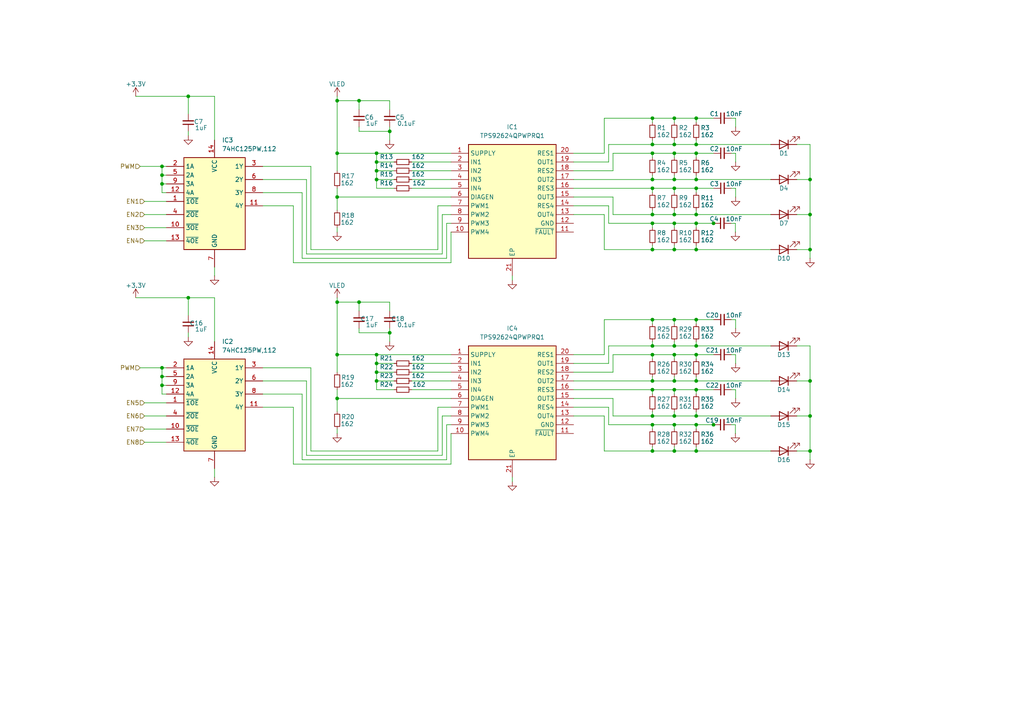
<source format=kicad_sch>
(kicad_sch (version 20250114) (generator "eeschema") (generator_version "9.0")
  (paper "A4")
  (lib_symbols
    (symbol "Device:C_Small" (pin_numbers (hide yes)) (pin_names (offset 0.254) (hide yes))
      (property "Reference" "C" (at 0.254 1.778 0))
      (property "Value" "C_Small" (at 0.254 -2.032 0))
      (symbol "C_Small_0_1"
        (polyline (pts (xy -1.524 0.508) (xy 1.524 0.508)) (stroke (width 0.3048)))
        (polyline (pts (xy -1.524 -0.508) (xy 1.524 -0.508)) (stroke (width 0.3302)))
      )
      (symbol "C_Small_1_1"
        (pin passive line (at 0 2.54 270) (length 2.032) (name "~") (number "1"))
        (pin passive line (at 0 -2.54 90) (length 2.032) (name "~") (number "2"))
      )
    )
    (symbol "Device:R_Small" (pin_numbers (hide yes)) (pin_names (offset 0.254) (hide yes))
      (property "Reference" "R" (at 0 0 90))
      (property "Value" "R_Small" (at 1.778 0 90))
      (symbol "R_Small_0_1"
        (rectangle (start -0.762 1.778) (end 0.762 -1.778) (stroke (width 0.2032)))
      )
      (symbol "R_Small_1_1"
        (pin passive line (at 0 2.54 270) (length 0.762) (name "~") (number "1"))
        (pin passive line (at 0 -2.54 90) (length 0.762) (name "~") (number "2"))
      )
    )
    (symbol "Library:74HC125PW,112"
      (property "Reference" "IC" (at 24.13 7.62 0))
      (property "Value" "74HC125PW,112" (at 24.13 5.08 0))
      (symbol "74HC125PW,112_1_1"
        (rectangle (start 5.08 2.54) (end 22.86 -24.13) (stroke (width 0.254)) (fill (type background)))
        (pin passive line (at 0 0 0) (length 5.08) (name "1A") (number "2"))
        (pin passive line (at 0 -2.54 0) (length 5.08) (name "2A") (number "5"))
        (pin passive line (at 0 -5.08 0) (length 5.08) (name "3A") (number "9"))
        (pin passive line (at 0 -7.62 0) (length 5.08) (name "4A") (number "12"))
        (pin passive line (at 0 -10.16 0) (length 5.08) (name "~{1OE}") (number "1"))
        (pin passive line (at 0 -13.97 0) (length 5.08) (name "~{2OE}") (number "4"))
        (pin passive line (at 0 -17.78 0) (length 5.08) (name "~{3OE}") (number "10"))
        (pin passive line (at 0 -21.59 0) (length 5.08) (name "~{4OE}") (number "13"))
        (pin passive line (at 13.97 7.62 270) (length 5.08) (name "VCC") (number "14"))
        (pin passive line (at 13.97 -29.21 90) (length 5.08) (name "GND") (number "7"))
        (pin passive line (at 27.94 0 180) (length 5.08) (name "1Y") (number "3"))
        (pin passive line (at 27.94 -3.81 180) (length 5.08) (name "2Y") (number "6"))
        (pin passive line (at 27.94 -7.62 180) (length 5.08) (name "3Y") (number "8"))
        (pin passive line (at 27.94 -11.43 180) (length 5.08) (name "4Y") (number "11"))
      )
    )
    (symbol "Library:LED" (pin_numbers (hide yes)) (pin_names (offset 1.016) (hide yes))
      (property "Reference" "D1" (at -1.5875 6.35 0))
      (property "Value" "LED" (at -1.5875 3.81 0))
      (symbol "LED_0_1"
        (polyline (pts (xy -3.048 -0.762) (xy -4.572 -2.286) (xy -3.81 -2.286) (xy -4.572 -2.286) (xy -4.572 -1.524)))
        (polyline (pts (xy -1.778 -0.762) (xy -3.302 -2.286) (xy -2.54 -2.286) (xy -3.302 -2.286) (xy -3.302 -1.524)))
        (polyline (pts (xy -1.27 0) (xy 1.27 0)))
        (polyline (pts (xy -1.27 -1.27) (xy -1.27 1.27)) (stroke (width 0.254)))
        (polyline (pts (xy 1.27 -1.27) (xy 1.27 1.27) (xy -1.27 0) (xy 1.27 -1.27)) (stroke (width 0.254)))
      )
      (symbol "LED_1_1"
        (pin passive line (at -3.81 0 0) (length 2.54) (name "K") (number "1"))
        (pin passive line (at -3.81 0 0) (length 2.54) (name "K") (number "2"))
        (pin passive line (at 3.81 0 180) (length 2.54) (name "A") (number "3"))
        (pin passive line (at 3.81 0 180) (length 2.54) (name "A") (number "4"))
      )
    )
    (symbol "Library:TPS92624QPWPRQ1"
      (property "Reference" "IC" (at 31.75 7.62 0))
      (property "Value" "TPS92624QPWPRQ1" (at 31.75 5.08 0))
      (symbol "TPS92624QPWPRQ1_1_1"
        (rectangle (start 5.08 2.54) (end 30.48 -30.48) (stroke (width 0.254)) (fill (type background)))
        (pin passive line (at 0 0 0) (length 5.08) (name "SUPPLY") (number "1"))
        (pin passive line (at 0 -2.54 0) (length 5.08) (name "IN1") (number "2"))
        (pin passive line (at 0 -5.08 0) (length 5.08) (name "IN2") (number "3"))
        (pin passive line (at 0 -7.62 0) (length 5.08) (name "IN3") (number "4"))
        (pin passive line (at 0 -10.16 0) (length 5.08) (name "IN4") (number "5"))
        (pin passive line (at 0 -12.7 0) (length 5.08) (name "DIAGEN") (number "6"))
        (pin passive line (at 0 -15.24 0) (length 5.08) (name "PWM1") (number "7"))
        (pin passive line (at 0 -17.78 0) (length 5.08) (name "PWM2") (number "8"))
        (pin passive line (at 0 -20.32 0) (length 5.08) (name "PWM3") (number "9"))
        (pin passive line (at 0 -22.86 0) (length 5.08) (name "PWM4") (number "10"))
        (pin passive line (at 17.78 -35.56 90) (length 5.08) (name "EP") (number "21"))
        (pin passive line (at 35.56 0 180) (length 5.08) (name "RES1") (number "20"))
        (pin passive line (at 35.56 -2.54 180) (length 5.08) (name "OUT1") (number "19"))
        (pin passive line (at 35.56 -5.08 180) (length 5.08) (name "RES2") (number "18"))
        (pin passive line (at 35.56 -7.62 180) (length 5.08) (name "OUT2") (number "17"))
        (pin passive line (at 35.56 -10.16 180) (length 5.08) (name "RES3") (number "16"))
        (pin passive line (at 35.56 -12.7 180) (length 5.08) (name "OUT3") (number "15"))
        (pin passive line (at 35.56 -15.24 180) (length 5.08) (name "RES4") (number "14"))
        (pin passive line (at 35.56 -17.78 180) (length 5.08) (name "OUT4") (number "13"))
        (pin passive line (at 35.56 -20.32 180) (length 5.08) (name "GND") (number "12"))
        (pin passive line (at 35.56 -22.86 180) (length 5.08) (name "~{FAULT}") (number "11"))
      )
    )
    (symbol "power:+3.3V" (power) (pin_numbers (hide yes)) (pin_names (offset 0) (hide yes))
      (property "Value" "+3.3V" (at 0 3.556 0))
      (symbol "+3.3V_0_1"
        (polyline (pts (xy -0.762 1.27) (xy 0 2.54)))
        (polyline (pts (xy 0 2.54) (xy 0.762 1.27)))
        (polyline (pts (xy 0 0) (xy 0 2.54)))
      )
      (symbol "+3.3V_1_1"
        (pin power_in line (at 0 0 90) (length 0) (name "~") (number "1"))
      )
    )
    (symbol "power:GND" (power) (pin_numbers (hide yes)) (pin_names (offset 0) (hide yes))
      (property "Value" "GND" (at 0 -3.81 0))
      (symbol "GND_0_1"
        (polyline (pts (xy 0 0) (xy 0 -1.27) (xy 1.27 -1.27) (xy 0 -2.54) (xy -1.27 -1.27) (xy 0 -1.27)))
      )
      (symbol "GND_1_1"
        (pin power_in line (at 0 0 270) (length 0) (name "~") (number "1"))
      )
    )
  )
  (junction (at 113.03 38.1))
  (junction (at 195.58 72.39))
  (junction (at 46.99 53.34))
  (junction (at 189.23 44.45))
  (junction (at 104.14 29.21))
  (junction (at 109.22 49.53))
  (junction (at 201.93 34.29))
  (junction (at 97.79 57.15))
  (junction (at 109.22 44.45))
  (junction (at 97.79 29.21))
  (junction (at 46.99 48.26))
  (junction (at 201.93 120.65))
  (junction (at 201.93 41.91))
  (junction (at 201.93 62.23))
  (junction (at 201.93 110.49))
  (junction (at 195.58 62.23))
  (junction (at 189.23 64.77))
  (junction (at 195.58 41.91))
  (junction (at 109.22 110.49))
  (junction (at 201.93 64.77))
  (junction (at 189.23 52.07))
  (junction (at 46.99 109.22))
  (junction (at 195.58 120.65))
  (junction (at 201.93 130.81))
  (junction (at 189.23 54.61))
  (junction (at 195.58 110.49))
  (junction (at 234.95 62.23))
  (junction (at 195.58 54.61))
  (junction (at 195.58 52.07))
  (junction (at 46.99 106.68))
  (junction (at 201.93 52.07))
  (junction (at 206.9474 64.77))
  (junction (at 189.23 130.81))
  (junction (at 195.58 113.03))
  (junction (at 234.95 110.49))
  (junction (at 189.23 123.19))
  (junction (at 46.99 111.76))
  (junction (at 113.03 96.52))
  (junction (at 201.93 123.19))
  (junction (at 189.23 120.65))
  (junction (at 206.9474 123.19))
  (junction (at 234.95 52.07))
  (junction (at 189.23 110.49))
  (junction (at 189.23 92.71))
  (junction (at 195.58 123.19))
  (junction (at 201.93 44.45))
  (junction (at 109.22 102.87))
  (junction (at 201.93 72.39))
  (junction (at 189.23 62.23))
  (junction (at 97.79 44.45))
  (junction (at 201.93 54.61))
  (junction (at 234.95 120.65))
  (junction (at 195.58 130.81))
  (junction (at 104.14 87.63))
  (junction (at 109.22 46.99))
  (junction (at 234.95 72.39))
  (junction (at 201.93 113.03))
  (junction (at 54.61 86.36))
  (junction (at 201.93 102.87))
  (junction (at 97.79 115.57))
  (junction (at 189.23 72.39))
  (junction (at 189.23 34.29))
  (junction (at 189.23 100.33))
  (junction (at 195.58 102.87))
  (junction (at 46.99 50.8))
  (junction (at 109.22 52.07))
  (junction (at 195.58 92.71))
  (junction (at 234.95 130.81))
  (junction (at 201.93 92.71))
  (junction (at 109.22 107.95))
  (junction (at 195.58 34.29))
  (junction (at 97.79 87.63))
  (junction (at 201.93 100.33))
  (junction (at 189.23 102.87))
  (junction (at 195.58 44.45))
  (junction (at 109.22 105.41))
  (junction (at 195.58 100.33))
  (junction (at 189.23 113.03))
  (junction (at 195.58 64.77))
  (junction (at 189.23 41.91))
  (junction (at 97.79 102.87))
  (junction (at 54.61 27.94))
  (wire (pts (xy 195.58 92.71) (xy 195.58 93.98)))
  (wire (pts (xy 97.79 86.36) (xy 97.79 87.63)))
  (wire (pts (xy 201.93 41.91) (xy 223.52 41.91)))
  (wire (pts (xy 46.99 48.26) (xy 48.26 48.26)))
  (wire (pts (xy 46.99 111.76) (xy 48.26 111.76)))
  (wire (pts (xy 201.93 110.49) (xy 223.52 110.49)))
  (wire (pts (xy 195.58 44.45) (xy 201.93 44.45)))
  (wire (pts (xy 189.23 102.87) (xy 195.58 102.87)))
  (wire (pts (xy 201.93 72.39) (xy 223.52 72.39)))
  (wire (pts (xy 189.23 102.87) (xy 189.23 104.14)))
  (wire (pts (xy 201.93 113.03) (xy 201.93 114.3)))
  (wire (pts (xy 189.23 44.45) (xy 195.58 44.45)))
  (wire (pts (xy 175.26 72.39) (xy 189.23 72.39)))
  (wire (pts (xy 206.9474 64.77) (xy 207.01 64.77)))
  (wire (pts (xy 189.23 113.03) (xy 195.58 113.03)))
  (wire (pts (xy 201.93 92.71) (xy 201.93 93.98)))
  (wire (pts (xy 177.8 115.57) (xy 177.8 120.65)))
  (wire (pts (xy 195.58 92.71) (xy 201.93 92.71)))
  (wire (pts (xy 76.2 48.26) (xy 90.17 48.26)))
  (wire (pts (xy 129.54 133.35) (xy 87.63 133.35)))
  (wire (pts (xy 104.14 96.52) (xy 113.03 96.52)))
  (wire (pts (xy 87.63 74.93) (xy 87.63 55.88)))
  (wire (pts (xy 201.93 44.45) (xy 207.01 44.45)))
  (wire (pts (xy 189.23 123.19) (xy 189.23 124.46)))
  (wire (pts (xy 54.61 38.1) (xy 54.61 39.37)))
  (wire (pts (xy 46.99 50.8) (xy 48.26 50.8)))
  (wire (pts (xy 189.23 41.91) (xy 189.23 40.64)))
  (wire (pts (xy 176.53 118.11) (xy 176.53 123.19)))
  (wire (pts (xy 189.23 92.71) (xy 189.23 93.98)))
  (wire (pts (xy 97.79 119.38) (xy 97.79 115.57)))
  (wire (pts (xy 213.36 46.99) (xy 213.36 44.45)))
  (wire (pts (xy 195.58 113.03) (xy 195.58 114.3)))
  (wire (pts (xy 176.53 105.41) (xy 176.53 100.33)))
  (wire (pts (xy 130.81 64.77) (xy 129.54 64.77)))
  (wire (pts (xy 175.26 92.71) (xy 189.23 92.71)))
  (wire (pts (xy 41.91 58.42) (xy 48.26 58.42)))
  (wire (pts (xy 104.14 87.63) (xy 104.14 90.17)))
  (wire (pts (xy 97.79 29.21) (xy 97.79 44.45)))
  (wire (pts (xy 97.79 102.87) (xy 109.22 102.87)))
  (wire (pts (xy 97.79 44.45) (xy 97.79 49.53)))
  (wire (pts (xy 189.23 113.03) (xy 189.23 114.3)))
  (wire (pts (xy 189.23 100.33) (xy 189.23 99.06)))
  (wire (pts (xy 97.79 102.87) (xy 97.79 107.95)))
  (wire (pts (xy 97.79 60.96) (xy 97.79 57.15)))
  (wire (pts (xy 127 72.39) (xy 127 59.69)))
  (wire (pts (xy 114.3 113.03) (xy 109.22 113.03)))
  (wire (pts (xy 189.23 62.23) (xy 195.58 62.23)))
  (wire (pts (xy 119.38 46.99) (xy 130.81 46.99)))
  (wire (pts (xy 231.14 110.49) (xy 234.95 110.49)))
  (wire (pts (xy 195.58 110.49) (xy 195.58 109.22)))
  (wire (pts (xy 195.58 130.81) (xy 201.93 130.81)))
  (wire (pts (xy 195.58 64.77) (xy 201.93 64.77)))
  (wire (pts (xy 119.38 110.49) (xy 130.81 110.49)))
  (wire (pts (xy 109.22 44.45) (xy 130.81 44.45)))
  (wire (pts (xy 109.22 107.95) (xy 109.22 110.49)))
  (wire (pts (xy 130.81 123.19) (xy 129.54 123.19)))
  (wire (pts (xy 231.14 72.39) (xy 234.95 72.39)))
  (wire (pts (xy 97.79 87.63) (xy 104.14 87.63)))
  (wire (pts (xy 195.58 120.65) (xy 195.58 119.38)))
  (wire (pts (xy 88.9 110.49) (xy 88.9 132.08)))
  (wire (pts (xy 109.22 49.53) (xy 109.22 52.07)))
  (wire (pts (xy 195.58 110.49) (xy 201.93 110.49)))
  (wire (pts (xy 195.58 100.33) (xy 195.58 99.06)))
  (wire (pts (xy 119.38 52.07) (xy 130.81 52.07)))
  (wire (pts (xy 41.91 116.84) (xy 48.26 116.84)))
  (wire (pts (xy 46.99 55.88) (xy 46.99 53.34)))
  (wire (pts (xy 189.23 120.65) (xy 195.58 120.65)))
  (wire (pts (xy 195.58 123.19) (xy 201.93 123.19)))
  (wire (pts (xy 175.26 62.23) (xy 175.26 72.39)))
  (wire (pts (xy 166.37 120.65) (xy 175.26 120.65)))
  (wire (pts (xy 189.23 120.65) (xy 189.23 119.38)))
  (wire (pts (xy 76.2 110.49) (xy 88.9 110.49)))
  (wire (pts (xy 189.23 130.81) (xy 189.23 129.54)))
  (wire (pts (xy 113.03 87.63) (xy 113.03 90.17)))
  (wire (pts (xy 189.23 123.19) (xy 195.58 123.19)))
  (wire (pts (xy 177.8 44.45) (xy 189.23 44.45)))
  (wire (pts (xy 104.14 87.63) (xy 113.03 87.63)))
  (wire (pts (xy 201.93 64.77) (xy 206.9474 64.77)))
  (wire (pts (xy 189.23 72.39) (xy 189.23 71.12)))
  (wire (pts (xy 213.2974 125.73) (xy 213.2974 123.19)))
  (wire (pts (xy 176.53 59.69) (xy 176.53 64.77)))
  (wire (pts (xy 166.37 118.11) (xy 176.53 118.11)))
  (wire (pts (xy 213.36 115.57) (xy 213.36 113.03)))
  (wire (pts (xy 234.95 130.81) (xy 234.95 133.35)))
  (wire (pts (xy 201.93 62.23) (xy 201.93 60.96)))
  (wire (pts (xy 62.23 77.47) (xy 62.23 80.01)))
  (wire (pts (xy 189.23 44.45) (xy 189.23 45.72)))
  (wire (pts (xy 119.38 113.03) (xy 130.81 113.03)))
  (wire (pts (xy 213.36 57.15) (xy 213.36 54.61)))
  (wire (pts (xy 234.95 110.49) (xy 234.95 120.65)))
  (wire (pts (xy 166.37 57.15) (xy 177.8 57.15)))
  (wire (pts (xy 177.8 107.95) (xy 177.8 102.87)))
  (wire (pts (xy 46.99 114.3) (xy 46.99 111.76)))
  (wire (pts (xy 97.79 57.15) (xy 97.79 54.61)))
  (wire (pts (xy 114.3 107.95) (xy 109.22 107.95)))
  (wire (pts (xy 231.14 52.07) (xy 234.95 52.07)))
  (wire (pts (xy 231.14 62.23) (xy 234.95 62.23)))
  (wire (pts (xy 129.54 64.77) (xy 129.54 74.93)))
  (wire (pts (xy 213.36 44.45) (xy 212.09 44.45)))
  (wire (pts (xy 189.23 41.91) (xy 195.58 41.91)))
  (wire (pts (xy 166.37 62.23) (xy 175.26 62.23)))
  (wire (pts (xy 46.99 50.8) (xy 46.99 48.26)))
  (wire (pts (xy 189.23 110.49) (xy 189.23 109.22)))
  (wire (pts (xy 201.93 52.07) (xy 223.52 52.07)))
  (wire (pts (xy 54.61 27.94) (xy 62.23 27.94)))
  (wire (pts (xy 195.58 62.23) (xy 201.93 62.23)))
  (wire (pts (xy 176.53 123.19) (xy 189.23 123.19)))
  (wire (pts (xy 119.38 49.53) (xy 130.81 49.53)))
  (wire (pts (xy 127 118.11) (xy 130.81 118.11)))
  (wire (pts (xy 166.37 44.45) (xy 175.26 44.45)))
  (wire (pts (xy 85.09 118.11) (xy 85.09 134.62)))
  (wire (pts (xy 148.59 80.01) (xy 148.59 81.28)))
  (wire (pts (xy 109.22 105.41) (xy 109.22 102.87)))
  (wire (pts (xy 195.58 62.23) (xy 195.58 60.96)))
  (wire (pts (xy 175.26 130.81) (xy 189.23 130.81)))
  (wire (pts (xy 113.03 38.1) (xy 113.03 36.83)))
  (wire (pts (xy 189.23 54.61) (xy 189.23 55.88)))
  (wire (pts (xy 213.36 113.03) (xy 212.09 113.03)))
  (wire (pts (xy 195.58 44.45) (xy 195.58 45.72)))
  (wire (pts (xy 195.58 100.33) (xy 201.93 100.33)))
  (wire (pts (xy 114.3 52.07) (xy 109.22 52.07)))
  (wire (pts (xy 97.79 27.94) (xy 97.79 29.21)))
  (wire (pts (xy 201.93 130.81) (xy 223.52 130.81)))
  (wire (pts (xy 76.2 59.69) (xy 85.09 59.69)))
  (wire (pts (xy 201.93 130.81) (xy 201.93 129.54)))
  (wire (pts (xy 195.58 113.03) (xy 201.93 113.03)))
  (wire (pts (xy 166.37 107.95) (xy 177.8 107.95)))
  (wire (pts (xy 201.93 41.91) (xy 201.93 40.64)))
  (wire (pts (xy 189.23 54.61) (xy 195.58 54.61)))
  (wire (pts (xy 175.26 44.45) (xy 175.26 34.29)))
  (wire (pts (xy 104.14 29.21) (xy 104.14 31.75)))
  (wire (pts (xy 46.99 53.34) (xy 46.99 50.8)))
  (wire (pts (xy 176.53 64.77) (xy 189.23 64.77)))
  (wire (pts (xy 109.22 110.49) (xy 109.22 113.03)))
  (wire (pts (xy 177.8 102.87) (xy 189.23 102.87)))
  (wire (pts (xy 40.64 106.68) (xy 46.99 106.68)))
  (wire (pts (xy 176.53 100.33) (xy 189.23 100.33)))
  (wire (pts (xy 104.14 38.1) (xy 113.03 38.1)))
  (wire (pts (xy 54.61 86.36) (xy 54.61 91.44)))
  (wire (pts (xy 234.95 52.07) (xy 234.95 62.23)))
  (wire (pts (xy 148.59 138.43) (xy 148.59 139.7)))
  (wire (pts (xy 234.95 120.65) (xy 234.95 130.81)))
  (wire (pts (xy 195.58 72.39) (xy 195.58 71.12)))
  (wire (pts (xy 97.79 57.15) (xy 130.81 57.15)))
  (wire (pts (xy 189.23 130.81) (xy 195.58 130.81)))
  (wire (pts (xy 201.93 52.07) (xy 201.93 50.8)))
  (wire (pts (xy 177.8 49.53) (xy 177.8 44.45)))
  (wire (pts (xy 234.95 100.33) (xy 234.95 110.49)))
  (wire (pts (xy 119.38 107.95) (xy 130.81 107.95)))
  (wire (pts (xy 189.23 100.33) (xy 195.58 100.33)))
  (wire (pts (xy 54.61 27.94) (xy 54.61 33.02)))
  (wire (pts (xy 40.64 48.26) (xy 46.99 48.26)))
  (wire (pts (xy 109.22 105.41) (xy 114.3 105.41)))
  (wire (pts (xy 166.37 54.61) (xy 189.23 54.61)))
  (wire (pts (xy 234.95 130.81) (xy 231.14 130.81)))
  (wire (pts (xy 189.23 110.49) (xy 195.58 110.49)))
  (wire (pts (xy 201.93 54.61) (xy 201.93 55.88)))
  (wire (pts (xy 231.14 41.91) (xy 234.95 41.91)))
  (wire (pts (xy 195.58 64.77) (xy 195.58 66.04)))
  (wire (pts (xy 166.37 102.87) (xy 175.26 102.87)))
  (wire (pts (xy 234.95 62.23) (xy 234.95 72.39)))
  (wire (pts (xy 189.23 34.29) (xy 195.58 34.29)))
  (wire (pts (xy 201.93 62.23) (xy 223.52 62.23)))
  (wire (pts (xy 41.91 120.65) (xy 48.26 120.65)))
  (wire (pts (xy 166.37 46.99) (xy 176.53 46.99)))
  (wire (pts (xy 90.17 106.68) (xy 90.17 130.81)))
  (wire (pts (xy 97.79 115.57) (xy 97.79 113.03)))
  (wire (pts (xy 166.37 49.53) (xy 177.8 49.53)))
  (wire (pts (xy 166.37 115.57) (xy 177.8 115.57)))
  (wire (pts (xy 104.14 29.21) (xy 113.03 29.21)))
  (wire (pts (xy 201.93 120.65) (xy 201.93 119.38)))
  (wire (pts (xy 177.8 120.65) (xy 189.23 120.65)))
  (wire (pts (xy 114.3 110.49) (xy 109.22 110.49)))
  (wire (pts (xy 231.14 120.65) (xy 234.95 120.65)))
  (wire (pts (xy 88.9 132.08) (xy 128.27 132.08)))
  (wire (pts (xy 97.79 124.46) (xy 97.79 125.73)))
  (wire (pts (xy 87.63 55.88) (xy 76.2 55.88)))
  (wire (pts (xy 41.91 124.46) (xy 48.26 124.46)))
  (wire (pts (xy 114.3 54.61) (xy 109.22 54.61)))
  (wire (pts (xy 231.14 100.33) (xy 234.95 100.33)))
  (wire (pts (xy 166.37 110.49) (xy 189.23 110.49)))
  (wire (pts (xy 175.26 120.65) (xy 175.26 130.81)))
  (wire (pts (xy 41.91 69.85) (xy 48.26 69.85)))
  (wire (pts (xy 97.79 44.45) (xy 109.22 44.45)))
  (wire (pts (xy 90.17 130.81) (xy 127 130.81)))
  (wire (pts (xy 201.93 100.33) (xy 201.93 99.06)))
  (wire (pts (xy 41.91 128.27) (xy 48.26 128.27)))
  (wire (pts (xy 166.37 52.07) (xy 189.23 52.07)))
  (wire (pts (xy 213.36 54.61) (xy 212.09 54.61)))
  (wire (pts (xy 206.9474 123.19) (xy 207.01 123.19)))
  (wire (pts (xy 176.53 46.99) (xy 176.53 41.91)))
  (wire (pts (xy 41.91 66.04) (xy 48.26 66.04)))
  (wire (pts (xy 166.37 113.03) (xy 189.23 113.03)))
  (wire (pts (xy 129.54 74.93) (xy 87.63 74.93)))
  (wire (pts (xy 62.23 99.06) (xy 62.23 86.36)))
  (wire (pts (xy 85.09 76.2) (xy 130.81 76.2)))
  (wire (pts (xy 213.2974 67.31) (xy 213.2974 64.77)))
  (wire (pts (xy 234.95 41.91) (xy 234.95 52.07)))
  (wire (pts (xy 54.61 96.52) (xy 54.61 97.79)))
  (wire (pts (xy 46.99 111.76) (xy 46.99 109.22)))
  (wire (pts (xy 195.58 52.07) (xy 201.93 52.07)))
  (wire (pts (xy 213.36 95.25) (xy 213.36 92.71)))
  (wire (pts (xy 195.58 34.29) (xy 201.93 34.29)))
  (wire (pts (xy 201.93 102.87) (xy 207.01 102.87)))
  (wire (pts (xy 189.23 64.77) (xy 195.58 64.77)))
  (wire (pts (xy 201.93 72.39) (xy 201.93 71.12)))
  (wire (pts (xy 87.63 133.35) (xy 87.63 114.3)))
  (wire (pts (xy 113.03 96.52) (xy 113.03 99.06)))
  (wire (pts (xy 175.26 102.87) (xy 175.26 92.71)))
  (wire (pts (xy 54.61 86.36) (xy 62.23 86.36)))
  (wire (pts (xy 201.93 44.45) (xy 201.93 45.72)))
  (wire (pts (xy 128.27 73.66) (xy 128.27 62.23)))
  (wire (pts (xy 127 59.69) (xy 130.81 59.69)))
  (wire (pts (xy 109.22 46.99) (xy 109.22 49.53)))
  (wire (pts (xy 213.36 36.83) (xy 213.36 34.29)))
  (wire (pts (xy 76.2 52.07) (xy 88.9 52.07)))
  (wire (pts (xy 119.38 105.41) (xy 130.81 105.41)))
  (wire (pts (xy 176.53 41.91) (xy 189.23 41.91)))
  (wire (pts (xy 130.81 76.2) (xy 130.81 67.31)))
  (wire (pts (xy 113.03 96.52) (xy 113.03 95.25)))
  (wire (pts (xy 189.23 62.23) (xy 189.23 60.96)))
  (wire (pts (xy 201.93 123.19) (xy 201.93 124.46)))
  (wire (pts (xy 114.3 49.53) (xy 109.22 49.53)))
  (wire (pts (xy 46.99 109.22) (xy 46.99 106.68)))
  (wire (pts (xy 213.36 105.41) (xy 213.36 102.87)))
  (wire (pts (xy 97.79 66.04) (xy 97.79 67.31)))
  (wire (pts (xy 129.54 123.19) (xy 129.54 133.35)))
  (wire (pts (xy 195.58 54.61) (xy 195.58 55.88)))
  (wire (pts (xy 189.23 52.07) (xy 195.58 52.07)))
  (wire (pts (xy 87.63 114.3) (xy 76.2 114.3)))
  (wire (pts (xy 234.95 72.39) (xy 234.95 74.93)))
  (wire (pts (xy 189.23 52.07) (xy 189.23 50.8)))
  (wire (pts (xy 128.27 62.23) (xy 130.81 62.23)))
  (wire (pts (xy 201.93 110.49) (xy 201.93 109.22)))
  (wire (pts (xy 109.22 46.99) (xy 109.22 44.45)))
  (wire (pts (xy 104.14 36.83) (xy 104.14 38.1)))
  (wire (pts (xy 166.37 59.69) (xy 176.53 59.69)))
  (wire (pts (xy 201.93 64.77) (xy 201.93 66.04)))
  (wire (pts (xy 128.27 120.65) (xy 130.81 120.65)))
  (wire (pts (xy 109.22 105.41) (xy 109.22 107.95)))
  (wire (pts (xy 62.23 135.89) (xy 62.23 138.43)))
  (wire (pts (xy 201.93 100.33) (xy 223.52 100.33)))
  (wire (pts (xy 213.2974 64.77) (xy 212.0274 64.77)))
  (wire (pts (xy 213.36 102.87) (xy 212.09 102.87)))
  (wire (pts (xy 76.2 106.68) (xy 90.17 106.68)))
  (wire (pts (xy 41.91 62.23) (xy 48.26 62.23)))
  (wire (pts (xy 46.99 53.34) (xy 48.26 53.34)))
  (wire (pts (xy 127 130.81) (xy 127 118.11)))
  (wire (pts (xy 97.79 115.57) (xy 130.81 115.57)))
  (wire (pts (xy 195.58 130.81) (xy 195.58 129.54)))
  (wire (pts (xy 177.8 57.15) (xy 177.8 62.23)))
  (wire (pts (xy 76.2 118.11) (xy 85.09 118.11)))
  (wire (pts (xy 128.27 132.08) (xy 128.27 120.65)))
  (wire (pts (xy 213.36 34.29) (xy 212.09 34.29)))
  (wire (pts (xy 195.58 41.91) (xy 195.58 40.64)))
  (wire (pts (xy 195.58 72.39) (xy 201.93 72.39)))
  (wire (pts (xy 97.79 87.63) (xy 97.79 102.87)))
  (wire (pts (xy 175.26 34.29) (xy 189.23 34.29)))
  (wire (pts (xy 113.03 29.21) (xy 113.03 31.75)))
  (wire (pts (xy 201.93 34.29) (xy 207.01 34.29)))
  (wire (pts (xy 90.17 72.39) (xy 127 72.39)))
  (wire (pts (xy 85.09 134.62) (xy 130.81 134.62)))
  (wire (pts (xy 177.8 62.23) (xy 189.23 62.23)))
  (wire (pts (xy 88.9 52.07) (xy 88.9 73.66)))
  (wire (pts (xy 166.37 105.41) (xy 176.53 105.41)))
  (wire (pts (xy 119.38 54.61) (xy 130.81 54.61)))
  (wire (pts (xy 48.26 114.3) (xy 46.99 114.3)))
  (wire (pts (xy 109.22 46.99) (xy 114.3 46.99)))
  (wire (pts (xy 195.58 52.07) (xy 195.58 50.8)))
  (wire (pts (xy 201.93 54.61) (xy 207.01 54.61)))
  (wire (pts (xy 189.23 72.39) (xy 195.58 72.39)))
  (wire (pts (xy 195.58 120.65) (xy 201.93 120.65)))
  (wire (pts (xy 195.58 41.91) (xy 201.93 41.91)))
  (wire (pts (xy 201.93 34.29) (xy 201.93 35.56)))
  (wire (pts (xy 39.37 27.94) (xy 54.61 27.94)))
  (wire (pts (xy 109.22 52.07) (xy 109.22 54.61)))
  (wire (pts (xy 195.58 123.19) (xy 195.58 124.46)))
  (wire (pts (xy 48.26 55.88) (xy 46.99 55.88)))
  (wire (pts (xy 97.79 29.21) (xy 104.14 29.21)))
  (wire (pts (xy 109.22 102.87) (xy 130.81 102.87)))
  (wire (pts (xy 130.81 134.62) (xy 130.81 125.73)))
  (wire (pts (xy 201.93 120.65) (xy 223.52 120.65)))
  (wire (pts (xy 213.36 92.71) (xy 212.09 92.71)))
  (wire (pts (xy 201.93 102.87) (xy 201.93 104.14)))
  (wire (pts (xy 213.2974 123.19) (xy 212.0274 123.19)))
  (wire (pts (xy 195.58 102.87) (xy 201.93 102.87)))
  (wire (pts (xy 88.9 73.66) (xy 128.27 73.66)))
  (wire (pts (xy 113.03 38.1) (xy 113.03 40.64)))
  (wire (pts (xy 46.99 106.68) (xy 48.26 106.68)))
  (wire (pts (xy 195.58 34.29) (xy 195.58 35.56)))
  (wire (pts (xy 85.09 59.69) (xy 85.09 76.2)))
  (wire (pts (xy 46.99 109.22) (xy 48.26 109.22)))
  (wire (pts (xy 189.23 92.71) (xy 195.58 92.71)))
  (wire (pts (xy 189.23 64.77) (xy 189.23 66.04)))
  (wire (pts (xy 90.17 48.26) (xy 90.17 72.39)))
  (wire (pts (xy 201.93 113.03) (xy 207.01 113.03)))
  (wire (pts (xy 39.37 86.36) (xy 54.61 86.36)))
  (wire (pts (xy 62.23 40.64) (xy 62.23 27.94)))
  (wire (pts (xy 195.58 54.61) (xy 201.93 54.61)))
  (wire (pts (xy 195.58 102.87) (xy 195.58 104.14)))
  (wire (pts (xy 189.23 34.29) (xy 189.23 35.56)))
  (wire (pts (xy 201.93 123.19) (xy 206.9474 123.19)))
  (wire (pts (xy 201.93 92.71) (xy 207.01 92.71)))
  (wire (pts (xy 104.14 95.25) (xy 104.14 96.52)))
  (hierarchical_label "PWM" (shape input) (at 40.64 106.68 180))
  (hierarchical_label "EN6" (shape input) (at 41.91 120.65 180))
  (hierarchical_label "PWM" (shape input) (at 40.64 48.26 180))
  (hierarchical_label "EN3" (shape input) (at 41.91 66.04 180))
  (hierarchical_label "EN2" (shape input) (at 41.91 62.23 180))
  (hierarchical_label "EN4" (shape input) (at 41.91 69.85 180))
  (hierarchical_label "EN8" (shape input) (at 41.91 128.27 180))
  (hierarchical_label "EN7" (shape input) (at 41.91 124.46 180))
  (hierarchical_label "EN5" (shape input) (at 41.91 116.84 180))
  (hierarchical_label "EN1" (shape input) (at 41.91 58.42 180))
  (symbol (lib_id "Device:R_Small") (at 201.93 58.42 0) (unit 1)
    (property "Reference" "R11" (at 203.2 57.404 0) (effects (justify left)))
    (property "Value" "162" (at 203.2 59.436 0) (effects (justify left)))
    (property "Description" "Resistor, small symbol" (effects (hide yes)))
  )
  (symbol (lib_id "Device:R_Small") (at 201.93 96.52 0) (unit 1)
    (property "Reference" "R33" (at 203.2 95.504 0) (effects (justify left)))
    (property "Value" "162" (at 203.2 97.536 0) (effects (justify left)))
    (property "Description" "Resistor, small symbol" (effects (hide yes)))
  )
  (symbol (lib_id "Device:R_Small") (at 97.79 110.49 180) (unit 1)
    (property "Reference" "R19" (at 102.87 109.474 0) (effects (justify left)))
    (property "Value" "162" (at 102.616 111.506 0) (effects (justify left)))
    (property "Description" "Resistor, small symbol" (effects (hide yes)))
  )
  (symbol (lib_id "power:+3.3V") (at 97.79 27.94 0) (unit 1)
    (property "Reference" "#PWR021" (effects (hide yes)))
    (property "Value" "VLED" (at 97.79 24.384 0))
    (property "Description" "Power symbol creates a global label with name \"+3.3V\"" (effects (hide yes)))
  )
  (symbol (lib_id "Device:C_Small") (at 54.61 35.56 180) (unit 1)
    (property "Reference" "C7" (at 58.928 35.306 0) (effects (justify left)))
    (property "Value" "1uF" (at 60.198 37.084 0) (effects (justify left)))
    (property "Description" "Unpolarized capacitor, small symbol" (effects (hide yes)))
  )
  (symbol (lib_id "Device:R_Small") (at 189.23 58.42 0) (unit 1)
    (property "Reference" "R7" (at 190.5 57.404 0) (effects (justify left)))
    (property "Value" "162" (at 190.5 59.436 0) (effects (justify left)))
    (property "Description" "Resistor, small symbol" (effects (hide yes)))
  )
  (symbol (lib_id "Library:LED") (at 227.33 100.33 180) (unit 1)
    (property "Reference" "D13" (at 227.33 102.87 0))
    (property "Value" "LED" (effects (hide yes)))
    (property "Footprint" "Library:GWJTLRS1EMLVL5XX531" (effects (hide yes)))
    (property "Description" "Light emitting diode" (effects (hide yes)))
    (property "Sim.Pins" "1=K 2=A" (effects (hide yes)))
  )
  (symbol (lib_id "Library:TPS92624QPWPRQ1") (at 130.81 102.87 0) (unit 1)
    (property "Reference" "IC4" (at 148.59 95.25 0))
    (property "Value" "TPS92624QPWPRQ1" (at 148.59 97.79 0))
    (property "Footprint" "Library:SOP65P640X120-21N" (effects (hide yes)))
    (property "Datasheet" "https://www.ti.com/lit/ds/symlink/tps92624-q1.pdf?ts=1694767333380&ref_url=https%253A%252F%252Fwww.ti.com%252Fproduct%252FTPS92624-Q1%252Fpart-details%252FTPS92624QPWPRQ1%253Futm_source%253Dgoogle%2526utm_medium%253Dcpc%2526utm_campaign%253Docb-tistore-pr" (effects (hide yes)))
    (property "Description" "TPS92624-Q1 Four-Channel, Automotive High Side LED Driver with Thermal Sharing Control" (effects (hide yes)))
    (property "Height" "1.2" (effects (hide yes)))
    (property "Manufacturer_Name" "Texas Instruments" (effects (hide yes)))
    (property "Manufacturer_Part_Number" "TPS92624QPWPRQ1" (effects (hide yes)))
    (property "Mouser Part Number" "595-TPS92624QPWPRQ1" (effects (hide yes)))
    (property "Mouser Price/Stock" "https://www.mouser.co.uk/ProductDetail/Texas-Instruments/TPS92624QPWPRQ1?qs=t7xnP681wgUaZydy8rdCYA%3D%3D" (effects (hide yes)))
    (property "Arrow Part Number" "TPS92624QPWPRQ1" (effects (hide yes)))
    (property "Arrow Price/Stock" "https://www.arrow.com/en/products/tps92624qpwprq1/texas-instruments?utm_currency=USD&region=nac" (effects (hide yes)))
  )
  (symbol (lib_id "Device:R_Small") (at 189.23 96.52 0) (unit 1)
    (property "Reference" "R25" (at 190.5 95.504 0) (effects (justify left)))
    (property "Value" "162" (at 190.5 97.536 0) (effects (justify left)))
    (property "Description" "Resistor, small symbol" (effects (hide yes)))
  )
  (symbol (lib_id "Device:R_Small") (at 195.58 58.42 0) (unit 1)
    (property "Reference" "R9" (at 196.85 57.404 0) (effects (justify left)))
    (property "Value" "162" (at 196.85 59.436 0) (effects (justify left)))
    (property "Description" "Resistor, small symbol" (effects (hide yes)))
  )
  (symbol (lib_id "Device:R_Small") (at 189.23 116.84 0) (unit 1)
    (property "Reference" "R27" (at 190.5 115.824 0) (effects (justify left)))
    (property "Value" "162" (at 190.5 117.856 0) (effects (justify left)))
    (property "Description" "Resistor, small symbol" (effects (hide yes)))
  )
  (symbol (lib_id "Device:R_Small") (at 116.84 52.07 90) (unit 1)
    (property "Reference" "R15" (at 114.046 50.546 90) (effects (justify left)))
    (property "Value" "162" (at 123.19 50.546 90) (effects (justify left)))
    (property "Description" "Resistor, small symbol" (effects (hide yes)))
  )
  (symbol (lib_id "Library:LED") (at 227.33 41.91 180) (unit 1)
    (property "Reference" "D1" (at 227.33 44.45 0))
    (property "Value" "LED" (effects (hide yes)))
    (property "Footprint" "Library:GWJTLRS1EMLVL5XX531" (effects (hide yes)))
    (property "Description" "Light emitting diode" (effects (hide yes)))
    (property "Sim.Pins" "1=K 2=A" (effects (hide yes)))
  )
  (symbol (lib_id "power:GND") (at 213.36 36.83 0) (unit 1)
    (property "Reference" "#PWR04" (effects (hide yes)))
    (property "Value" "GND" (effects (hide yes)))
    (property "Description" "Power symbol creates a global label with name \"GND\" , ground" (effects (hide yes)))
  )
  (symbol (lib_id "Device:R_Small") (at 189.23 68.58 0) (unit 1)
    (property "Reference" "R8" (at 190.5 67.564 0) (effects (justify left)))
    (property "Value" "162" (at 190.5 69.596 0) (effects (justify left)))
    (property "Description" "Resistor, small symbol" (effects (hide yes)))
  )
  (symbol (lib_id "power:GND") (at 97.79 125.73 0) (unit 1)
    (property "Reference" "#PWR026" (effects (hide yes)))
    (property "Value" "GND" (effects (hide yes)))
    (property "Description" "Power symbol creates a global label with name \"GND\" , ground" (effects (hide yes)))
  )
  (symbol (lib_id "Device:C_Small") (at 209.55 54.61 90) (unit 1)
    (property "Reference" "C3" (at 208.534 53.34 90) (effects (justify left)))
    (property "Value" "10nF" (at 215.392 53.34 90) (effects (justify left)))
    (property "Description" "Unpolarized capacitor, small symbol" (effects (hide yes)))
  )
  (symbol (lib_id "power:GND") (at 213.36 57.15 0) (unit 1)
    (property "Reference" "#PWR06" (effects (hide yes)))
    (property "Value" "GND" (effects (hide yes)))
    (property "Description" "Power symbol creates a global label with name \"GND\" , ground" (effects (hide yes)))
  )
  (symbol (lib_id "Device:R_Small") (at 195.58 116.84 0) (unit 1)
    (property "Reference" "R31" (at 196.85 115.824 0) (effects (justify left)))
    (property "Value" "162" (at 196.85 117.856 0) (effects (justify left)))
    (property "Description" "Resistor, small symbol" (effects (hide yes)))
  )
  (symbol (lib_id "Device:R_Small") (at 195.58 68.58 0) (unit 1)
    (property "Reference" "R10" (at 196.85 67.564 0) (effects (justify left)))
    (property "Value" "162" (at 196.85 69.596 0) (effects (justify left)))
    (property "Description" "Resistor, small symbol" (effects (hide yes)))
  )
  (symbol (lib_id "Device:R_Small") (at 116.84 54.61 90) (unit 1)
    (property "Reference" "R16" (at 114.046 53.086 90) (effects (justify left)))
    (property "Value" "162" (at 123.444 53.086 90) (effects (justify left)))
    (property "Description" "Resistor, small symbol" (effects (hide yes)))
  )
  (symbol (lib_id "Library:LED") (at 227.33 110.49 180) (unit 1)
    (property "Reference" "D14" (at 227.33 113.03 0))
    (property "Value" "LED" (effects (hide yes)))
    (property "Footprint" "Library:GWJTLRS1EMLVL5XX531" (effects (hide yes)))
    (property "Description" "Light emitting diode" (effects (hide yes)))
    (property "Sim.Pins" "1=K 2=A" (effects (hide yes)))
  )
  (symbol (lib_id "power:+3.3V") (at 97.79 86.36 0) (unit 1)
    (property "Reference" "#PWR025" (effects (hide yes)))
    (property "Value" "VLED" (at 97.79 82.804 0))
    (property "Description" "Power symbol creates a global label with name \"+3.3V\"" (effects (hide yes)))
  )
  (symbol (lib_id "Device:C_Small") (at 113.03 34.29 180) (unit 1)
    (property "Reference" "C5" (at 117.348 34.036 0) (effects (justify left)))
    (property "Value" "0.1uF" (at 120.65 35.814 0) (effects (justify left)))
    (property "Description" "Unpolarized capacitor, small symbol" (effects (hide yes)))
  )
  (symbol (lib_id "Library:LED") (at 227.33 72.39 180) (unit 1)
    (property "Reference" "D10" (at 227.33 74.93 0))
    (property "Value" "LED" (effects (hide yes)))
    (property "Footprint" "Library:GWJTLRS1EMLVL5XX531" (effects (hide yes)))
    (property "Description" "Light emitting diode" (effects (hide yes)))
    (property "Sim.Pins" "1=K 2=A" (effects (hide yes)))
  )
  (symbol (lib_id "Device:C_Small") (at 209.55 34.29 90) (unit 1)
    (property "Reference" "C1" (at 208.534 33.02 90) (effects (justify left)))
    (property "Value" "10nF" (at 215.392 33.02 90) (effects (justify left)))
    (property "Description" "Unpolarized capacitor, small symbol" (effects (hide yes)))
  )
  (symbol (lib_id "Device:R_Small") (at 116.84 113.03 90) (unit 1)
    (property "Reference" "R24" (at 114.046 111.506 90) (effects (justify left)))
    (property "Value" "162" (at 123.444 111.506 90) (effects (justify left)))
    (property "Description" "Resistor, small symbol" (effects (hide yes)))
  )
  (symbol (lib_id "Device:C_Small") (at 209.55 113.03 90) (unit 1)
    (property "Reference" "C22" (at 208.534 111.76 90) (effects (justify left)))
    (property "Value" "10nF" (at 215.392 111.76 90) (effects (justify left)))
    (property "Description" "Unpolarized capacitor, small symbol" (effects (hide yes)))
  )
  (symbol (lib_id "Library:LED") (at 227.33 62.23 180) (unit 1)
    (property "Reference" "D7" (at 227.33 64.77 0))
    (property "Value" "LED" (effects (hide yes)))
    (property "Footprint" "Library:GWJTLRS1EMLVL5XX531" (effects (hide yes)))
    (property "Description" "Light emitting diode" (effects (hide yes)))
    (property "Sim.Pins" "1=K 2=A" (effects (hide yes)))
  )
  (symbol (lib_id "Device:R_Small") (at 195.58 38.1 0) (unit 1)
    (property "Reference" "R2" (at 196.85 37.084 0) (effects (justify left)))
    (property "Value" "162" (at 196.85 39.116 0) (effects (justify left)))
    (property "Description" "Resistor, small symbol" (effects (hide yes)))
  )
  (symbol (lib_id "power:GND") (at 62.23 80.01 0) (unit 1)
    (property "Reference" "#PWR01" (effects (hide yes)))
    (property "Value" "GND" (effects (hide yes)))
    (property "Description" "Power symbol creates a global label with name \"GND\" , ground" (effects (hide yes)))
  )
  (symbol (lib_id "Device:C_Small") (at 54.61 93.98 180) (unit 1)
    (property "Reference" "C16" (at 58.928 93.726 0) (effects (justify left)))
    (property "Value" "1uF" (at 60.198 95.504 0) (effects (justify left)))
    (property "Description" "Unpolarized capacitor, small symbol" (effects (hide yes)))
  )
  (symbol (lib_id "Device:C_Small") (at 209.4874 64.77 90) (unit 1)
    (property "Reference" "C4" (at 208.4714 63.5 90) (effects (justify left)))
    (property "Value" "10nF" (at 215.3294 63.5 90) (effects (justify left)))
    (property "Description" "Unpolarized capacitor, small symbol" (effects (hide yes)))
  )
  (symbol (lib_id "Device:R_Small") (at 97.79 121.92 180) (unit 1)
    (property "Reference" "R20" (at 102.87 120.904 0) (effects (justify left)))
    (property "Value" "162" (at 102.616 122.936 0) (effects (justify left)))
    (property "Description" "Resistor, small symbol" (effects (hide yes)))
  )
  (symbol (lib_id "Device:R_Small") (at 201.93 48.26 0) (unit 1)
    (property "Reference" "R6" (at 203.2 47.244 0) (effects (justify left)))
    (property "Value" "162" (at 203.2 49.276 0) (effects (justify left)))
    (property "Description" "Resistor, small symbol" (effects (hide yes)))
  )
  (symbol (lib_id "power:GND") (at 213.36 105.41 0) (unit 1)
    (property "Reference" "#PWR031" (effects (hide yes)))
    (property "Value" "GND" (effects (hide yes)))
    (property "Description" "Power symbol creates a global label with name \"GND\" , ground" (effects (hide yes)))
  )
  (symbol (lib_id "Device:R_Small") (at 201.93 68.58 0) (unit 1)
    (property "Reference" "R12" (at 203.2 67.564 0) (effects (justify left)))
    (property "Value" "162" (at 203.2 69.596 0) (effects (justify left)))
    (property "Description" "Resistor, small symbol" (effects (hide yes)))
  )
  (symbol (lib_id "Device:R_Small") (at 201.93 116.84 0) (unit 1)
    (property "Reference" "R35" (at 203.2 115.824 0) (effects (justify left)))
    (property "Value" "162" (at 203.2 117.856 0) (effects (justify left)))
    (property "Description" "Resistor, small symbol" (effects (hide yes)))
  )
  (symbol (lib_id "Device:R_Small") (at 189.23 48.26 0) (unit 1)
    (property "Reference" "R4" (at 190.5 47.244 0) (effects (justify left)))
    (property "Value" "162" (at 190.5 49.276 0) (effects (justify left)))
    (property "Description" "Resistor, small symbol" (effects (hide yes)))
  )
  (symbol (lib_id "Library:LED") (at 227.33 130.81 180) (unit 1)
    (property "Reference" "D16" (at 227.33 133.35 0))
    (property "Value" "LED" (effects (hide yes)))
    (property "Footprint" "Library:GWJTLRS1EMLVL5XX531" (effects (hide yes)))
    (property "Description" "Light emitting diode" (effects (hide yes)))
    (property "Sim.Pins" "1=K 2=A" (effects (hide yes)))
  )
  (symbol (lib_id "power:GND") (at 54.61 97.79 0) (unit 1)
    (property "Reference" "#PWR023" (effects (hide yes)))
    (property "Value" "GND" (effects (hide yes)))
    (property "Description" "Power symbol creates a global label with name \"GND\" , ground" (effects (hide yes)))
  )
  (symbol (lib_id "Device:R_Small") (at 116.84 110.49 90) (unit 1)
    (property "Reference" "R23" (at 114.046 108.966 90) (effects (justify left)))
    (property "Value" "162" (at 123.19 108.966 90) (effects (justify left)))
    (property "Description" "Resistor, small symbol" (effects (hide yes)))
  )
  (symbol (lib_id "power:GND") (at 213.2974 67.31 0) (unit 1)
    (property "Reference" "#PWR07" (effects (hide yes)))
    (property "Value" "GND" (effects (hide yes)))
    (property "Description" "Power symbol creates a global label with name \"GND\" , ground" (effects (hide yes)))
  )
  (symbol (lib_id "power:GND") (at 148.59 81.28 0) (unit 1)
    (property "Reference" "#PWR03" (effects (hide yes)))
    (property "Value" "GND" (effects (hide yes)))
    (property "Description" "Power symbol creates a global label with name \"GND\" , ground" (effects (hide yes)))
  )
  (symbol (lib_id "power:GND") (at 97.79 67.31 0) (unit 1)
    (property "Reference" "#PWR02" (effects (hide yes)))
    (property "Value" "GND" (effects (hide yes)))
    (property "Description" "Power symbol creates a global label with name \"GND\" , ground" (effects (hide yes)))
  )
  (symbol (lib_id "Device:R_Small") (at 97.79 63.5 180) (unit 1)
    (property "Reference" "R18" (at 102.87 62.484 0) (effects (justify left)))
    (property "Value" "162" (at 102.616 64.516 0) (effects (justify left)))
    (property "Description" "Resistor, small symbol" (effects (hide yes)))
  )
  (symbol (lib_id "Device:R_Small") (at 195.58 96.52 0) (unit 1)
    (property "Reference" "R29" (at 196.85 95.504 0) (effects (justify left)))
    (property "Value" "162" (at 196.85 97.536 0) (effects (justify left)))
    (property "Description" "Resistor, small symbol" (effects (hide yes)))
  )
  (symbol (lib_id "power:GND") (at 234.95 133.35 0) (unit 1)
    (property "Reference" "#PWR033" (effects (hide yes)))
    (property "Value" "GND" (effects (hide yes)))
    (property "Description" "Power symbol creates a global label with name \"GND\" , ground" (effects (hide yes)))
  )
  (symbol (lib_id "power:GND") (at 113.03 40.64 0) (unit 1)
    (property "Reference" "#PWR09" (effects (hide yes)))
    (property "Value" "GND" (effects (hide yes)))
    (property "Description" "Power symbol creates a global label with name \"GND\" , ground" (effects (hide yes)))
  )
  (symbol (lib_id "Library:LED") (at 227.33 52.07 180) (unit 1)
    (property "Reference" "D4" (at 227.33 54.61 0))
    (property "Value" "LED" (effects (hide yes)))
    (property "Footprint" "Library:GWJTLRS1EMLVL5XX531" (effects (hide yes)))
    (property "Description" "Light emitting diode" (effects (hide yes)))
    (property "Sim.Pins" "1=K 2=A" (effects (hide yes)))
  )
  (symbol (lib_id "Device:C_Small") (at 113.03 92.71 180) (unit 1)
    (property "Reference" "C18" (at 117.348 92.456 0) (effects (justify left)))
    (property "Value" "0.1uF" (at 120.65 94.234 0) (effects (justify left)))
    (property "Description" "Unpolarized capacitor, small symbol" (effects (hide yes)))
  )
  (symbol (lib_id "power:GND") (at 213.2974 125.73 0) (unit 1)
    (property "Reference" "#PWR029" (effects (hide yes)))
    (property "Value" "GND" (effects (hide yes)))
    (property "Description" "Power symbol creates a global label with name \"GND\" , ground" (effects (hide yes)))
  )
  (symbol (lib_id "Device:C_Small") (at 209.4874 123.19 90) (unit 1)
    (property "Reference" "C19" (at 208.4714 121.92 90) (effects (justify left)))
    (property "Value" "10nF" (at 215.3294 121.92 90) (effects (justify left)))
    (property "Description" "Unpolarized capacitor, small symbol" (effects (hide yes)))
  )
  (symbol (lib_id "Device:R_Small") (at 195.58 127 0) (unit 1)
    (property "Reference" "R32" (at 196.85 125.984 0) (effects (justify left)))
    (property "Value" "162" (at 196.85 128.016 0) (effects (justify left)))
    (property "Description" "Resistor, small symbol" (effects (hide yes)))
  )
  (symbol (lib_id "Device:C_Small") (at 209.55 92.71 90) (unit 1)
    (property "Reference" "C20" (at 208.534 91.44 90) (effects (justify left)))
    (property "Value" "10nF" (at 215.392 91.44 90) (effects (justify left)))
    (property "Description" "Unpolarized capacitor, small symbol" (effects (hide yes)))
  )
  (symbol (lib_id "Device:R_Small") (at 189.23 38.1 0) (unit 1)
    (property "Reference" "R1" (at 190.5 37.084 0) (effects (justify left)))
    (property "Value" "162" (at 190.5 39.116 0) (effects (justify left)))
    (property "Description" "Resistor, small symbol" (effects (hide yes)))
  )
  (symbol (lib_id "Device:R_Small") (at 189.23 127 0) (unit 1)
    (property "Reference" "R28" (at 190.5 125.984 0) (effects (justify left)))
    (property "Value" "162" (at 190.5 128.016 0) (effects (justify left)))
    (property "Description" "Resistor, small symbol" (effects (hide yes)))
  )
  (symbol (lib_id "Device:R_Small") (at 195.58 106.68 0) (unit 1)
    (property "Reference" "R30" (at 196.85 105.664 0) (effects (justify left)))
    (property "Value" "162" (at 196.85 107.696 0) (effects (justify left)))
    (property "Description" "Resistor, small symbol" (effects (hide yes)))
  )
  (symbol (lib_id "Device:C_Small") (at 209.55 102.87 90) (unit 1)
    (property "Reference" "C21" (at 208.534 101.6 90) (effects (justify left)))
    (property "Value" "10nF" (at 215.392 101.6 90) (effects (justify left)))
    (property "Description" "Unpolarized capacitor, small symbol" (effects (hide yes)))
  )
  (symbol (lib_id "power:GND") (at 54.61 39.37 0) (unit 1)
    (property "Reference" "#PWR010" (effects (hide yes)))
    (property "Value" "GND" (effects (hide yes)))
    (property "Description" "Power symbol creates a global label with name \"GND\" , ground" (effects (hide yes)))
  )
  (symbol (lib_id "power:GND") (at 234.95 74.93 0) (unit 1)
    (property "Reference" "#PWR08" (effects (hide yes)))
    (property "Value" "GND" (effects (hide yes)))
    (property "Description" "Power symbol creates a global label with name \"GND\" , ground" (effects (hide yes)))
  )
  (symbol (lib_id "power:GND") (at 213.36 46.99 0) (unit 1)
    (property "Reference" "#PWR05" (effects (hide yes)))
    (property "Value" "GND" (effects (hide yes)))
    (property "Description" "Power symbol creates a global label with name \"GND\" , ground" (effects (hide yes)))
  )
  (symbol (lib_id "Library:LED") (at 227.33 120.65 180) (unit 1)
    (property "Reference" "D15" (at 227.33 123.19 0))
    (property "Value" "LED" (effects (hide yes)))
    (property "Footprint" "Library:GWJTLRS1EMLVL5XX531" (effects (hide yes)))
    (property "Description" "Light emitting diode" (effects (hide yes)))
    (property "Sim.Pins" "1=K 2=A" (effects (hide yes)))
  )
  (symbol (lib_id "Device:R_Small") (at 201.93 38.1 0) (unit 1)
    (property "Reference" "R3" (at 203.2 37.084 0) (effects (justify left)))
    (property "Value" "162" (at 203.2 39.116 0) (effects (justify left)))
    (property "Description" "Resistor, small symbol" (effects (hide yes)))
  )
  (symbol (lib_id "power:GND") (at 213.36 95.25 0) (unit 1)
    (property "Reference" "#PWR030" (effects (hide yes)))
    (property "Value" "GND" (effects (hide yes)))
    (property "Description" "Power symbol creates a global label with name \"GND\" , ground" (effects (hide yes)))
  )
  (symbol (lib_id "Library:TPS92624QPWPRQ1") (at 130.81 44.45 0) (unit 1)
    (property "Reference" "IC1" (at 148.59 36.83 0))
    (property "Value" "TPS92624QPWPRQ1" (at 148.59 39.37 0))
    (property "Footprint" "Library:SOP65P640X120-21N" (effects (hide yes)))
    (property "Datasheet" "https://www.ti.com/lit/ds/symlink/tps92624-q1.pdf?ts=1694767333380&ref_url=https%253A%252F%252Fwww.ti.com%252Fproduct%252FTPS92624-Q1%252Fpart-details%252FTPS92624QPWPRQ1%253Futm_source%253Dgoogle%2526utm_medium%253Dcpc%2526utm_campaign%253Docb-tistore-pr" (effects (hide yes)))
    (property "Description" "TPS92624-Q1 Four-Channel, Automotive High Side LED Driver with Thermal Sharing Control" (effects (hide yes)))
    (property "Height" "1.2" (effects (hide yes)))
    (property "Manufacturer_Name" "Texas Instruments" (effects (hide yes)))
    (property "Manufacturer_Part_Number" "TPS92624QPWPRQ1" (effects (hide yes)))
    (property "Mouser Part Number" "595-TPS92624QPWPRQ1" (effects (hide yes)))
    (property "Mouser Price/Stock" "https://www.mouser.co.uk/ProductDetail/Texas-Instruments/TPS92624QPWPRQ1?qs=t7xnP681wgUaZydy8rdCYA%3D%3D" (effects (hide yes)))
    (property "Arrow Part Number" "TPS92624QPWPRQ1" (effects (hide yes)))
    (property "Arrow Price/Stock" "https://www.arrow.com/en/products/tps92624qpwprq1/texas-instruments?utm_currency=USD&region=nac" (effects (hide yes)))
  )
  (symbol (lib_id "Device:R_Small") (at 97.79 52.07 180) (unit 1)
    (property "Reference" "R17" (at 102.87 51.054 0) (effects (justify left)))
    (property "Value" "162" (at 102.616 53.086 0) (effects (justify left)))
    (property "Description" "Resistor, small symbol" (effects (hide yes)))
  )
  (symbol (lib_id "Device:C_Small") (at 209.55 44.45 90) (unit 1)
    (property "Reference" "C2" (at 208.534 43.18 90) (effects (justify left)))
    (property "Value" "10nF" (at 215.392 43.18 90) (effects (justify left)))
    (property "Description" "Unpolarized capacitor, small symbol" (effects (hide yes)))
  )
  (symbol (lib_id "Device:R_Small") (at 116.84 46.99 90) (unit 1)
    (property "Reference" "R13" (at 114.046 45.466 90) (effects (justify left)))
    (property "Value" "162" (at 123.19 45.466 90) (effects (justify left)))
    (property "Description" "Resistor, small symbol" (effects (hide yes)))
  )
  (symbol (lib_id "power:GND") (at 62.23 138.43 0) (unit 1)
    (property "Reference" "#PWR024" (effects (hide yes)))
    (property "Value" "GND" (effects (hide yes)))
    (property "Description" "Power symbol creates a global label with name \"GND\" , ground" (effects (hide yes)))
  )
  (symbol (lib_id "Device:R_Small") (at 201.93 106.68 0) (unit 1)
    (property "Reference" "R34" (at 203.2 105.664 0) (effects (justify left)))
    (property "Value" "162" (at 203.2 107.696 0) (effects (justify left)))
    (property "Description" "Resistor, small symbol" (effects (hide yes)))
  )
  (symbol (lib_id "Device:R_Small") (at 116.84 107.95 90) (unit 1)
    (property "Reference" "R22" (at 114.046 106.426 90) (effects (justify left)))
    (property "Value" "162" (at 123.19 106.426 90) (effects (justify left)))
    (property "Description" "Resistor, small symbol" (effects (hide yes)))
  )
  (symbol (lib_id "power:+3.3V") (at 39.37 86.36 0) (unit 1)
    (property "Reference" "#PWR022" (effects (hide yes)))
    (property "Value" "+3.3V" (at 39.37 82.804 0))
    (property "Description" "Power symbol creates a global label with name \"+3.3V\"" (effects (hide yes)))
  )
  (symbol (lib_id "Library:74HC125PW,112") (at 48.26 48.26 0) (unit 1)
    (property "Reference" "IC3" (at 64.3733 40.64 0) (effects (justify left)))
    (property "Value" "74HC125PW,112" (at 64.3733 43.18 0) (effects (justify left)))
    (property "Footprint" "Library:SOP65P640X110-14N" (effects (hide yes)))
    (property "Datasheet" "https://assets.nexperia.com/documents/data-sheet/74HC_HCT125.pdf" (effects (hide yes)))
    (property "Description" "74HC(T)125 - Quad buffer/line driver; 3-state@en-us" (effects (hide yes)))
    (property "Height" "1.1" (effects (hide yes)))
    (property "Manufacturer_Name" "Nexperia" (effects (hide yes)))
    (property "Manufacturer_Part_Number" "74HC125PW,112" (effects (hide yes)))
    (property "Mouser Part Number" "771-HC125PW112" (effects (hide yes)))
    (property "Mouser Price/Stock" "https://www.mouser.co.uk/ProductDetail/Nexperia/74HC125PW112?qs=P62ublwmbi%252BZ%2FJLwta676g%3D%3D" (effects (hide yes)))
    (property "Arrow Part Number" "74HC125PW,112" (effects (hide yes)))
    (property "Arrow Price/Stock" "https://www.arrow.com/en/products/74hc125pw112/nexperia?region=europe" (effects (hide yes)))
  )
  (symbol (lib_id "power:GND") (at 213.36 115.57 0) (unit 1)
    (property "Reference" "#PWR032" (effects (hide yes)))
    (property "Value" "GND" (effects (hide yes)))
    (property "Description" "Power symbol creates a global label with name \"GND\" , ground" (effects (hide yes)))
  )
  (symbol (lib_id "power:+3.3V") (at 39.37 27.94 0) (unit 1)
    (property "Reference" "#PWR020" (effects (hide yes)))
    (property "Value" "+3.3V" (at 39.37 24.384 0))
    (property "Description" "Power symbol creates a global label with name \"+3.3V\"" (effects (hide yes)))
  )
  (symbol (lib_id "Device:R_Small") (at 189.23 106.68 0) (unit 1)
    (property "Reference" "R26" (at 190.5 105.664 0) (effects (justify left)))
    (property "Value" "162" (at 190.5 107.696 0) (effects (justify left)))
    (property "Description" "Resistor, small symbol" (effects (hide yes)))
  )
  (symbol (lib_id "Device:R_Small") (at 201.93 127 0) (unit 1)
    (property "Reference" "R36" (at 203.2 125.984 0) (effects (justify left)))
    (property "Value" "162" (at 203.2 128.016 0) (effects (justify left)))
    (property "Description" "Resistor, small symbol" (effects (hide yes)))
  )
  (symbol (lib_id "Device:R_Small") (at 116.84 49.53 90) (unit 1)
    (property "Reference" "R14" (at 114.046 48.006 90) (effects (justify left)))
    (property "Value" "162" (at 123.19 48.006 90) (effects (justify left)))
    (property "Description" "Resistor, small symbol" (effects (hide yes)))
  )
  (symbol (lib_id "Device:C_Small") (at 104.14 34.29 180) (unit 1)
    (property "Reference" "C6" (at 108.458 34.036 0) (effects (justify left)))
    (property "Value" "1uF" (at 109.728 35.814 0) (effects (justify left)))
    (property "Description" "Unpolarized capacitor, small symbol" (effects (hide yes)))
  )
  (symbol (lib_id "Library:74HC125PW,112") (at 48.26 106.68 0) (unit 1)
    (property "Reference" "IC2" (at 64.3733 99.06 0) (effects (justify left)))
    (property "Value" "74HC125PW,112" (at 64.3733 101.6 0) (effects (justify left)))
    (property "Footprint" "Library:SOP65P640X110-14N" (effects (hide yes)))
    (property "Datasheet" "https://assets.nexperia.com/documents/data-sheet/74HC_HCT125.pdf" (effects (hide yes)))
    (property "Description" "74HC(T)125 - Quad buffer/line driver; 3-state@en-us" (effects (hide yes)))
    (property "Height" "1.1" (effects (hide yes)))
    (property "Manufacturer_Name" "Nexperia" (effects (hide yes)))
    (property "Manufacturer_Part_Number" "74HC125PW,112" (effects (hide yes)))
    (property "Mouser Part Number" "771-HC125PW112" (effects (hide yes)))
    (property "Mouser Price/Stock" "https://www.mouser.co.uk/ProductDetail/Nexperia/74HC125PW112?qs=P62ublwmbi%252BZ%2FJLwta676g%3D%3D" (effects (hide yes)))
    (property "Arrow Part Number" "74HC125PW,112" (effects (hide yes)))
    (property "Arrow Price/Stock" "https://www.arrow.com/en/products/74hc125pw112/nexperia?region=europe" (effects (hide yes)))
  )
  (symbol (lib_id "Device:C_Small") (at 104.14 92.71 180) (unit 1)
    (property "Reference" "C17" (at 108.458 92.456 0) (effects (justify left)))
    (property "Value" "1uF" (at 109.728 94.234 0) (effects (justify left)))
    (property "Description" "Unpolarized capacitor, small symbol" (effects (hide yes)))
  )
  (symbol (lib_id "power:GND") (at 113.03 99.06 0) (unit 1)
    (property "Reference" "#PWR027" (effects (hide yes)))
    (property "Value" "GND" (effects (hide yes)))
    (property "Description" "Power symbol creates a global label with name \"GND\" , ground" (effects (hide yes)))
  )
  (symbol (lib_id "Device:R_Small") (at 116.84 105.41 90) (unit 1)
    (property "Reference" "R21" (at 114.046 103.886 90) (effects (justify left)))
    (property "Value" "162" (at 123.19 103.886 90) (effects (justify left)))
    (property "Description" "Resistor, small symbol" (effects (hide yes)))
  )
  (symbol (lib_id "Device:R_Small") (at 195.58 48.26 0) (unit 1)
    (property "Reference" "R5" (at 196.85 47.244 0) (effects (justify left)))
    (property "Value" "162" (at 196.85 49.276 0) (effects (justify left)))
    (property "Description" "Resistor, small symbol" (effects (hide yes)))
  )
  (symbol (lib_id "power:GND") (at 148.59 139.7 0) (unit 1)
    (property "Reference" "#PWR028" (effects (hide yes)))
    (property "Value" "GND" (effects (hide yes)))
    (property "Description" "Power symbol creates a global label with name \"GND\" , ground" (effects (hide yes)))
  )
)
</source>
